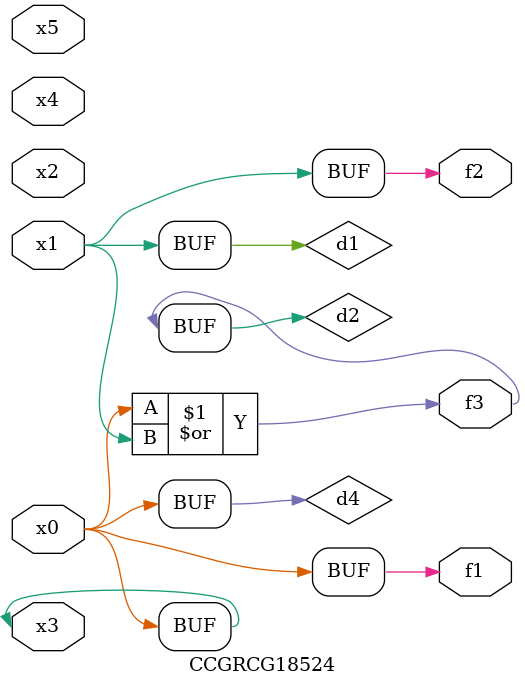
<source format=v>
module CCGRCG18524(
	input x0, x1, x2, x3, x4, x5,
	output f1, f2, f3
);

	wire d1, d2, d3, d4;

	and (d1, x1);
	or (d2, x0, x1);
	nand (d3, x0, x5);
	buf (d4, x0, x3);
	assign f1 = d4;
	assign f2 = d1;
	assign f3 = d2;
endmodule

</source>
